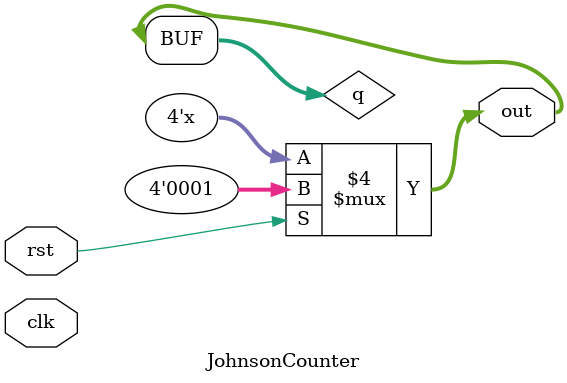
<source format=v>
module JohnsonCounter(out,rst,clk);
input clk,rst;
output [3:0]out;
reg [3:0]q;
always@(*)
if(rst)
begin 
 	q <= 4'b0001;
end
else
begin
	q <= {q[2:0],~q[3]};
end
assign out[0]=q[0];
assign out[1]=q[1];
assign out[2]=q[2];
assign out[3]=q[3];  
endmodule
</source>
